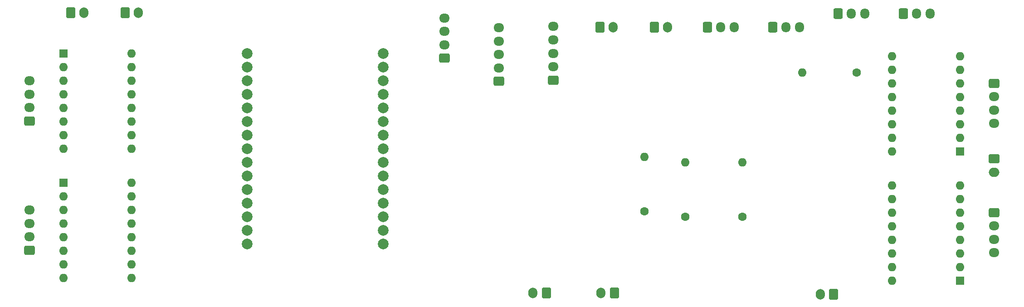
<source format=gbr>
%TF.GenerationSoftware,KiCad,Pcbnew,7.0.10*%
%TF.CreationDate,2024-09-26T22:41:12+03:00*%
%TF.ProjectId,Ver1,56657231-2e6b-4696-9361-645f70636258,rev?*%
%TF.SameCoordinates,Original*%
%TF.FileFunction,Soldermask,Bot*%
%TF.FilePolarity,Negative*%
%FSLAX46Y46*%
G04 Gerber Fmt 4.6, Leading zero omitted, Abs format (unit mm)*
G04 Created by KiCad (PCBNEW 7.0.10) date 2024-09-26 22:41:12*
%MOMM*%
%LPD*%
G01*
G04 APERTURE LIST*
G04 Aperture macros list*
%AMRoundRect*
0 Rectangle with rounded corners*
0 $1 Rounding radius*
0 $2 $3 $4 $5 $6 $7 $8 $9 X,Y pos of 4 corners*
0 Add a 4 corners polygon primitive as box body*
4,1,4,$2,$3,$4,$5,$6,$7,$8,$9,$2,$3,0*
0 Add four circle primitives for the rounded corners*
1,1,$1+$1,$2,$3*
1,1,$1+$1,$4,$5*
1,1,$1+$1,$6,$7*
1,1,$1+$1,$8,$9*
0 Add four rect primitives between the rounded corners*
20,1,$1+$1,$2,$3,$4,$5,0*
20,1,$1+$1,$4,$5,$6,$7,0*
20,1,$1+$1,$6,$7,$8,$9,0*
20,1,$1+$1,$8,$9,$2,$3,0*%
G04 Aperture macros list end*
%ADD10C,1.600000*%
%ADD11O,1.600000X1.600000*%
%ADD12RoundRect,0.250000X-0.600000X-0.725000X0.600000X-0.725000X0.600000X0.725000X-0.600000X0.725000X0*%
%ADD13O,1.700000X1.950000*%
%ADD14RoundRect,0.250000X-0.750000X0.600000X-0.750000X-0.600000X0.750000X-0.600000X0.750000X0.600000X0*%
%ADD15O,2.000000X1.700000*%
%ADD16RoundRect,0.250000X0.725000X-0.600000X0.725000X0.600000X-0.725000X0.600000X-0.725000X-0.600000X0*%
%ADD17O,1.950000X1.700000*%
%ADD18R,1.600000X1.600000*%
%ADD19RoundRect,0.250000X-0.600000X-0.750000X0.600000X-0.750000X0.600000X0.750000X-0.600000X0.750000X0*%
%ADD20O,1.700000X2.000000*%
%ADD21RoundRect,0.250000X0.600000X0.750000X-0.600000X0.750000X-0.600000X-0.750000X0.600000X-0.750000X0*%
%ADD22RoundRect,0.250000X-0.725000X0.600000X-0.725000X-0.600000X0.725000X-0.600000X0.725000X0.600000X0*%
%ADD23C,2.000000*%
G04 APERTURE END LIST*
D10*
%TO.C,R7*%
X158442400Y-64448000D03*
D11*
X158442400Y-54288000D03*
%TD*%
D10*
%TO.C,R33*%
X190446400Y-37524000D03*
D11*
X180286400Y-37524000D03*
%TD*%
D12*
%TO.C,J20*%
X174738400Y-29096000D03*
D13*
X177238400Y-29096000D03*
X179738400Y-29096000D03*
%TD*%
D14*
%TO.C,J6*%
X216100400Y-53686000D03*
D15*
X216100400Y-56186000D03*
%TD*%
D16*
%TO.C,J16*%
X133758400Y-38968000D03*
D17*
X133758400Y-36468000D03*
X133758400Y-33968000D03*
X133758400Y-31468000D03*
X133758400Y-28968000D03*
%TD*%
D18*
%TO.C,A3*%
X42364400Y-33968000D03*
D11*
X42364400Y-36508000D03*
X42364400Y-39048000D03*
X42364400Y-41588000D03*
X42364400Y-44128000D03*
X42364400Y-46668000D03*
X42364400Y-49208000D03*
X42364400Y-51748000D03*
X55064400Y-51748000D03*
X55064400Y-49208000D03*
X55064400Y-46668000D03*
X55064400Y-44128000D03*
X55064400Y-41588000D03*
X55064400Y-39048000D03*
X55064400Y-36508000D03*
X55064400Y-33968000D03*
%TD*%
D19*
%TO.C,J23*%
X142460400Y-29096000D03*
D20*
X144960400Y-29096000D03*
%TD*%
D21*
%TO.C,J11*%
X132494400Y-78672000D03*
D20*
X129994400Y-78672000D03*
%TD*%
D12*
%TO.C,J19*%
X186930400Y-26556000D03*
D13*
X189430400Y-26556000D03*
X191930400Y-26556000D03*
%TD*%
D22*
%TO.C,J3*%
X216100400Y-39556000D03*
D17*
X216100400Y-42056000D03*
X216100400Y-44556000D03*
X216100400Y-47056000D03*
%TD*%
D12*
%TO.C,J21*%
X162546400Y-29096000D03*
D13*
X165046400Y-29096000D03*
X167546400Y-29096000D03*
%TD*%
D10*
%TO.C,R37*%
X169110400Y-64448000D03*
D11*
X169110400Y-54288000D03*
%TD*%
D18*
%TO.C,A1*%
X42364400Y-58098000D03*
D11*
X42364400Y-60638000D03*
X42364400Y-63178000D03*
X42364400Y-65718000D03*
X42364400Y-68258000D03*
X42364400Y-70798000D03*
X42364400Y-73338000D03*
X42364400Y-75878000D03*
X55064400Y-75878000D03*
X55064400Y-73338000D03*
X55064400Y-70798000D03*
X55064400Y-68258000D03*
X55064400Y-65718000D03*
X55064400Y-63178000D03*
X55064400Y-60638000D03*
X55064400Y-58098000D03*
%TD*%
D16*
%TO.C,J5*%
X36014400Y-70718000D03*
D17*
X36014400Y-68218000D03*
X36014400Y-65718000D03*
X36014400Y-63218000D03*
%TD*%
D19*
%TO.C,J8*%
X43674400Y-26348000D03*
D20*
X46174400Y-26348000D03*
%TD*%
D19*
%TO.C,J22*%
X152620400Y-29096000D03*
D20*
X155120400Y-29096000D03*
%TD*%
D12*
%TO.C,J18*%
X199122400Y-26556000D03*
D13*
X201622400Y-26556000D03*
X204122400Y-26556000D03*
%TD*%
D16*
%TO.C,J17*%
X123644400Y-39182000D03*
D17*
X123644400Y-36682000D03*
X123644400Y-34182000D03*
X123644400Y-31682000D03*
X123644400Y-29182000D03*
%TD*%
D19*
%TO.C,J9*%
X53834400Y-26348000D03*
D20*
X56334400Y-26348000D03*
%TD*%
D16*
%TO.C,J7*%
X36014400Y-46588000D03*
D17*
X36014400Y-44088000D03*
X36014400Y-41588000D03*
X36014400Y-39088000D03*
%TD*%
D23*
%TO.C,J1*%
X102054400Y-33968000D03*
X102054400Y-36508000D03*
X102054400Y-39048000D03*
X102054400Y-41588000D03*
X102054400Y-44128000D03*
X102054400Y-46668000D03*
X102054400Y-49208000D03*
X102054400Y-51748000D03*
X102054400Y-54288000D03*
X102054400Y-56828000D03*
X102054400Y-59368000D03*
X102054400Y-61908000D03*
X102054400Y-64448000D03*
X102054400Y-66988000D03*
X102054400Y-69528000D03*
X76654400Y-33968000D03*
X76654400Y-36508000D03*
X76654400Y-39048000D03*
X76654400Y-41588000D03*
X76654400Y-44128000D03*
X76654400Y-46668000D03*
X76654400Y-49208000D03*
X76654400Y-51748000D03*
X76654400Y-54288000D03*
X76654400Y-56828000D03*
X76654400Y-59368000D03*
X76654400Y-61908000D03*
X76654400Y-64448000D03*
X76654400Y-66988000D03*
X76654400Y-69528000D03*
%TD*%
D22*
%TO.C,J2*%
X216100400Y-63686000D03*
D17*
X216100400Y-66186000D03*
X216100400Y-68686000D03*
X216100400Y-71186000D03*
%TD*%
D10*
%TO.C,R41*%
X150822400Y-63432000D03*
D11*
X150822400Y-53272000D03*
%TD*%
D21*
%TO.C,J12*%
X145194400Y-78712000D03*
D20*
X142694400Y-78712000D03*
%TD*%
D21*
%TO.C,J4*%
X186108400Y-78972000D03*
D20*
X183608400Y-78972000D03*
%TD*%
D16*
%TO.C,J10*%
X113438400Y-34864000D03*
D17*
X113438400Y-32364000D03*
X113438400Y-29864000D03*
X113438400Y-27364000D03*
%TD*%
D18*
%TO.C,A4*%
X209750400Y-52256000D03*
D11*
X209750400Y-49716000D03*
X209750400Y-47176000D03*
X209750400Y-44636000D03*
X209750400Y-42096000D03*
X209750400Y-39556000D03*
X209750400Y-37016000D03*
X209750400Y-34476000D03*
X197050400Y-34476000D03*
X197050400Y-37016000D03*
X197050400Y-39556000D03*
X197050400Y-42096000D03*
X197050400Y-44636000D03*
X197050400Y-47176000D03*
X197050400Y-49716000D03*
X197050400Y-52256000D03*
%TD*%
D18*
%TO.C,A2*%
X209750400Y-76386000D03*
D11*
X209750400Y-73846000D03*
X209750400Y-71306000D03*
X209750400Y-68766000D03*
X209750400Y-66226000D03*
X209750400Y-63686000D03*
X209750400Y-61146000D03*
X209750400Y-58606000D03*
X197050400Y-58606000D03*
X197050400Y-61146000D03*
X197050400Y-63686000D03*
X197050400Y-66226000D03*
X197050400Y-68766000D03*
X197050400Y-71306000D03*
X197050400Y-73846000D03*
X197050400Y-76386000D03*
%TD*%
M02*

</source>
